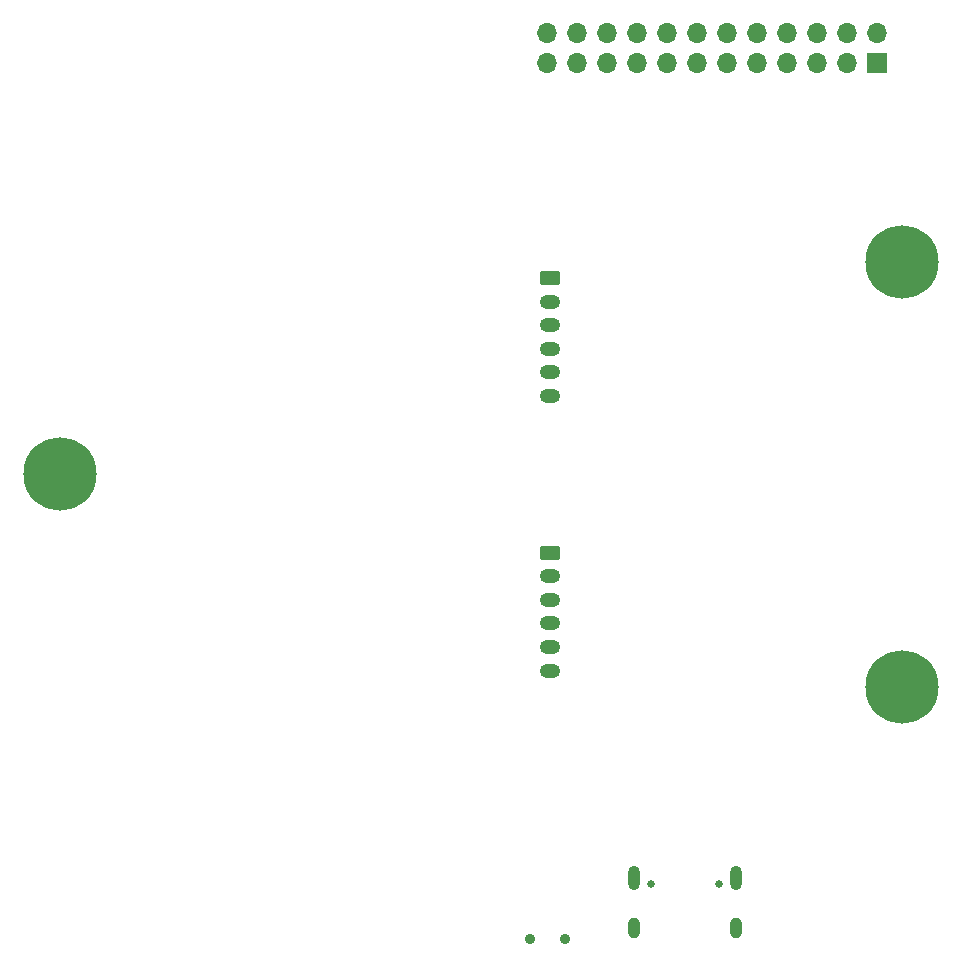
<source format=gbr>
%TF.GenerationSoftware,KiCad,Pcbnew,7.0.11-7.0.11~ubuntu22.04.1*%
%TF.CreationDate,2024-07-24T22:07:57-07:00*%
%TF.ProjectId,little_red_rover,6c697474-6c65-45f7-9265-645f726f7665,rev?*%
%TF.SameCoordinates,Original*%
%TF.FileFunction,Soldermask,Bot*%
%TF.FilePolarity,Negative*%
%FSLAX46Y46*%
G04 Gerber Fmt 4.6, Leading zero omitted, Abs format (unit mm)*
G04 Created by KiCad (PCBNEW 7.0.11-7.0.11~ubuntu22.04.1) date 2024-07-24 22:07:57*
%MOMM*%
%LPD*%
G01*
G04 APERTURE LIST*
G04 Aperture macros list*
%AMRoundRect*
0 Rectangle with rounded corners*
0 $1 Rounding radius*
0 $2 $3 $4 $5 $6 $7 $8 $9 X,Y pos of 4 corners*
0 Add a 4 corners polygon primitive as box body*
4,1,4,$2,$3,$4,$5,$6,$7,$8,$9,$2,$3,0*
0 Add four circle primitives for the rounded corners*
1,1,$1+$1,$2,$3*
1,1,$1+$1,$4,$5*
1,1,$1+$1,$6,$7*
1,1,$1+$1,$8,$9*
0 Add four rect primitives between the rounded corners*
20,1,$1+$1,$2,$3,$4,$5,0*
20,1,$1+$1,$4,$5,$6,$7,0*
20,1,$1+$1,$6,$7,$8,$9,0*
20,1,$1+$1,$8,$9,$2,$3,0*%
G04 Aperture macros list end*
%ADD10C,6.200000*%
%ADD11C,0.900000*%
%ADD12C,0.650000*%
%ADD13O,1.000000X2.100000*%
%ADD14O,1.000000X1.800000*%
%ADD15RoundRect,0.250000X-0.625000X0.350000X-0.625000X-0.350000X0.625000X-0.350000X0.625000X0.350000X0*%
%ADD16O,1.750000X1.200000*%
%ADD17R,1.700000X1.700000*%
%ADD18O,1.700000X1.700000*%
G04 APERTURE END LIST*
D10*
%TO.C,MH1*%
X163520000Y-117900000D03*
%TD*%
D11*
%TO.C,SW4*%
X132030000Y-139205000D03*
X135030000Y-139205000D03*
%TD*%
D12*
%TO.C,J1*%
X142310000Y-134595000D03*
X148090000Y-134595000D03*
D13*
X140880000Y-134095000D03*
D14*
X140880000Y-138275000D03*
D13*
X149520000Y-134095000D03*
D14*
X149520000Y-138275000D03*
%TD*%
D10*
%TO.C,MH2*%
X163520000Y-81900000D03*
%TD*%
D15*
%TO.C,J7*%
X133730000Y-83270000D03*
D16*
X133730000Y-85270000D03*
X133730000Y-87270000D03*
X133730000Y-89270000D03*
X133730000Y-91270000D03*
X133730000Y-93270000D03*
%TD*%
D15*
%TO.C,J9*%
X133730000Y-106520000D03*
D16*
X133730000Y-108520000D03*
X133730000Y-110520000D03*
X133730000Y-112520000D03*
X133730000Y-114520000D03*
X133730000Y-116520000D03*
%TD*%
D10*
%TO.C,MH3*%
X92220000Y-99900000D03*
%TD*%
D17*
%TO.C,J8*%
X161459293Y-65029293D03*
D18*
X161459293Y-62489293D03*
X158919293Y-65029293D03*
X158919293Y-62489293D03*
X156379293Y-65029293D03*
X156379293Y-62489293D03*
X153839293Y-65029293D03*
X153839293Y-62489293D03*
X151299293Y-65029293D03*
X151299293Y-62489293D03*
X148759293Y-65029293D03*
X148759293Y-62489293D03*
X146219293Y-65029293D03*
X146219293Y-62489293D03*
X143679293Y-65029293D03*
X143679293Y-62489293D03*
X141139293Y-65029293D03*
X141139293Y-62489293D03*
X138599293Y-65029293D03*
X138599293Y-62489293D03*
X136059293Y-65029293D03*
X136059293Y-62489293D03*
X133519293Y-65029293D03*
X133519293Y-62489293D03*
%TD*%
M02*

</source>
